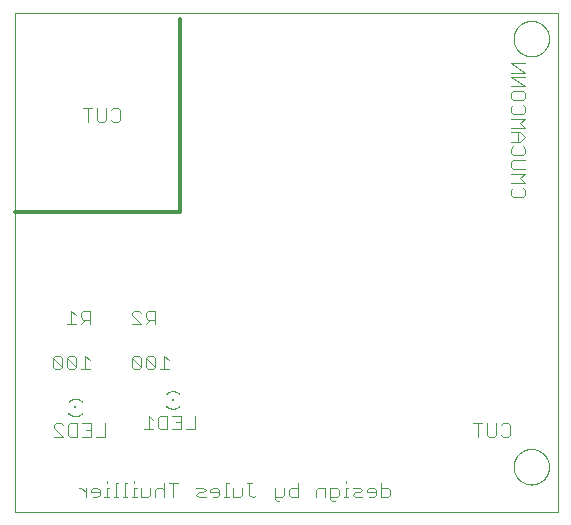
<source format=gbo>
G75*
%MOIN*%
%OFA0B0*%
%FSLAX25Y25*%
%IPPOS*%
%LPD*%
%AMOC8*
5,1,8,0,0,1.08239X$1,22.5*
%
%ADD10C,0.00000*%
%ADD11C,0.00400*%
%ADD12C,0.01200*%
%ADD13R,0.00787X0.00787*%
%ADD14R,0.00591X0.00984*%
D10*
X0001600Y0001600D02*
X0001600Y0168254D01*
X0182427Y0168254D01*
X0182427Y0001600D01*
X0001600Y0001600D01*
X0167663Y0016836D02*
X0167665Y0016989D01*
X0167671Y0017143D01*
X0167681Y0017296D01*
X0167695Y0017448D01*
X0167713Y0017601D01*
X0167735Y0017752D01*
X0167760Y0017903D01*
X0167790Y0018054D01*
X0167824Y0018204D01*
X0167861Y0018352D01*
X0167902Y0018500D01*
X0167947Y0018646D01*
X0167996Y0018792D01*
X0168049Y0018936D01*
X0168105Y0019078D01*
X0168165Y0019219D01*
X0168229Y0019359D01*
X0168296Y0019497D01*
X0168367Y0019633D01*
X0168442Y0019767D01*
X0168519Y0019899D01*
X0168601Y0020029D01*
X0168685Y0020157D01*
X0168773Y0020283D01*
X0168864Y0020406D01*
X0168958Y0020527D01*
X0169056Y0020645D01*
X0169156Y0020761D01*
X0169260Y0020874D01*
X0169366Y0020985D01*
X0169475Y0021093D01*
X0169587Y0021198D01*
X0169701Y0021299D01*
X0169819Y0021398D01*
X0169938Y0021494D01*
X0170060Y0021587D01*
X0170185Y0021676D01*
X0170312Y0021763D01*
X0170441Y0021845D01*
X0170572Y0021925D01*
X0170705Y0022001D01*
X0170840Y0022074D01*
X0170977Y0022143D01*
X0171116Y0022208D01*
X0171256Y0022270D01*
X0171398Y0022328D01*
X0171541Y0022383D01*
X0171686Y0022434D01*
X0171832Y0022481D01*
X0171979Y0022524D01*
X0172127Y0022563D01*
X0172276Y0022599D01*
X0172426Y0022630D01*
X0172577Y0022658D01*
X0172728Y0022682D01*
X0172881Y0022702D01*
X0173033Y0022718D01*
X0173186Y0022730D01*
X0173339Y0022738D01*
X0173492Y0022742D01*
X0173646Y0022742D01*
X0173799Y0022738D01*
X0173952Y0022730D01*
X0174105Y0022718D01*
X0174257Y0022702D01*
X0174410Y0022682D01*
X0174561Y0022658D01*
X0174712Y0022630D01*
X0174862Y0022599D01*
X0175011Y0022563D01*
X0175159Y0022524D01*
X0175306Y0022481D01*
X0175452Y0022434D01*
X0175597Y0022383D01*
X0175740Y0022328D01*
X0175882Y0022270D01*
X0176022Y0022208D01*
X0176161Y0022143D01*
X0176298Y0022074D01*
X0176433Y0022001D01*
X0176566Y0021925D01*
X0176697Y0021845D01*
X0176826Y0021763D01*
X0176953Y0021676D01*
X0177078Y0021587D01*
X0177200Y0021494D01*
X0177319Y0021398D01*
X0177437Y0021299D01*
X0177551Y0021198D01*
X0177663Y0021093D01*
X0177772Y0020985D01*
X0177878Y0020874D01*
X0177982Y0020761D01*
X0178082Y0020645D01*
X0178180Y0020527D01*
X0178274Y0020406D01*
X0178365Y0020283D01*
X0178453Y0020157D01*
X0178537Y0020029D01*
X0178619Y0019899D01*
X0178696Y0019767D01*
X0178771Y0019633D01*
X0178842Y0019497D01*
X0178909Y0019359D01*
X0178973Y0019219D01*
X0179033Y0019078D01*
X0179089Y0018936D01*
X0179142Y0018792D01*
X0179191Y0018646D01*
X0179236Y0018500D01*
X0179277Y0018352D01*
X0179314Y0018204D01*
X0179348Y0018054D01*
X0179378Y0017903D01*
X0179403Y0017752D01*
X0179425Y0017601D01*
X0179443Y0017448D01*
X0179457Y0017296D01*
X0179467Y0017143D01*
X0179473Y0016989D01*
X0179475Y0016836D01*
X0179473Y0016683D01*
X0179467Y0016529D01*
X0179457Y0016376D01*
X0179443Y0016224D01*
X0179425Y0016071D01*
X0179403Y0015920D01*
X0179378Y0015769D01*
X0179348Y0015618D01*
X0179314Y0015468D01*
X0179277Y0015320D01*
X0179236Y0015172D01*
X0179191Y0015026D01*
X0179142Y0014880D01*
X0179089Y0014736D01*
X0179033Y0014594D01*
X0178973Y0014453D01*
X0178909Y0014313D01*
X0178842Y0014175D01*
X0178771Y0014039D01*
X0178696Y0013905D01*
X0178619Y0013773D01*
X0178537Y0013643D01*
X0178453Y0013515D01*
X0178365Y0013389D01*
X0178274Y0013266D01*
X0178180Y0013145D01*
X0178082Y0013027D01*
X0177982Y0012911D01*
X0177878Y0012798D01*
X0177772Y0012687D01*
X0177663Y0012579D01*
X0177551Y0012474D01*
X0177437Y0012373D01*
X0177319Y0012274D01*
X0177200Y0012178D01*
X0177078Y0012085D01*
X0176953Y0011996D01*
X0176826Y0011909D01*
X0176697Y0011827D01*
X0176566Y0011747D01*
X0176433Y0011671D01*
X0176298Y0011598D01*
X0176161Y0011529D01*
X0176022Y0011464D01*
X0175882Y0011402D01*
X0175740Y0011344D01*
X0175597Y0011289D01*
X0175452Y0011238D01*
X0175306Y0011191D01*
X0175159Y0011148D01*
X0175011Y0011109D01*
X0174862Y0011073D01*
X0174712Y0011042D01*
X0174561Y0011014D01*
X0174410Y0010990D01*
X0174257Y0010970D01*
X0174105Y0010954D01*
X0173952Y0010942D01*
X0173799Y0010934D01*
X0173646Y0010930D01*
X0173492Y0010930D01*
X0173339Y0010934D01*
X0173186Y0010942D01*
X0173033Y0010954D01*
X0172881Y0010970D01*
X0172728Y0010990D01*
X0172577Y0011014D01*
X0172426Y0011042D01*
X0172276Y0011073D01*
X0172127Y0011109D01*
X0171979Y0011148D01*
X0171832Y0011191D01*
X0171686Y0011238D01*
X0171541Y0011289D01*
X0171398Y0011344D01*
X0171256Y0011402D01*
X0171116Y0011464D01*
X0170977Y0011529D01*
X0170840Y0011598D01*
X0170705Y0011671D01*
X0170572Y0011747D01*
X0170441Y0011827D01*
X0170312Y0011909D01*
X0170185Y0011996D01*
X0170060Y0012085D01*
X0169938Y0012178D01*
X0169819Y0012274D01*
X0169701Y0012373D01*
X0169587Y0012474D01*
X0169475Y0012579D01*
X0169366Y0012687D01*
X0169260Y0012798D01*
X0169156Y0012911D01*
X0169056Y0013027D01*
X0168958Y0013145D01*
X0168864Y0013266D01*
X0168773Y0013389D01*
X0168685Y0013515D01*
X0168601Y0013643D01*
X0168519Y0013773D01*
X0168442Y0013905D01*
X0168367Y0014039D01*
X0168296Y0014175D01*
X0168229Y0014313D01*
X0168165Y0014453D01*
X0168105Y0014594D01*
X0168049Y0014736D01*
X0167996Y0014880D01*
X0167947Y0015026D01*
X0167902Y0015172D01*
X0167861Y0015320D01*
X0167824Y0015468D01*
X0167790Y0015618D01*
X0167760Y0015769D01*
X0167735Y0015920D01*
X0167713Y0016071D01*
X0167695Y0016224D01*
X0167681Y0016376D01*
X0167671Y0016529D01*
X0167665Y0016683D01*
X0167663Y0016836D01*
X0167663Y0159553D02*
X0167665Y0159706D01*
X0167671Y0159860D01*
X0167681Y0160013D01*
X0167695Y0160165D01*
X0167713Y0160318D01*
X0167735Y0160469D01*
X0167760Y0160620D01*
X0167790Y0160771D01*
X0167824Y0160921D01*
X0167861Y0161069D01*
X0167902Y0161217D01*
X0167947Y0161363D01*
X0167996Y0161509D01*
X0168049Y0161653D01*
X0168105Y0161795D01*
X0168165Y0161936D01*
X0168229Y0162076D01*
X0168296Y0162214D01*
X0168367Y0162350D01*
X0168442Y0162484D01*
X0168519Y0162616D01*
X0168601Y0162746D01*
X0168685Y0162874D01*
X0168773Y0163000D01*
X0168864Y0163123D01*
X0168958Y0163244D01*
X0169056Y0163362D01*
X0169156Y0163478D01*
X0169260Y0163591D01*
X0169366Y0163702D01*
X0169475Y0163810D01*
X0169587Y0163915D01*
X0169701Y0164016D01*
X0169819Y0164115D01*
X0169938Y0164211D01*
X0170060Y0164304D01*
X0170185Y0164393D01*
X0170312Y0164480D01*
X0170441Y0164562D01*
X0170572Y0164642D01*
X0170705Y0164718D01*
X0170840Y0164791D01*
X0170977Y0164860D01*
X0171116Y0164925D01*
X0171256Y0164987D01*
X0171398Y0165045D01*
X0171541Y0165100D01*
X0171686Y0165151D01*
X0171832Y0165198D01*
X0171979Y0165241D01*
X0172127Y0165280D01*
X0172276Y0165316D01*
X0172426Y0165347D01*
X0172577Y0165375D01*
X0172728Y0165399D01*
X0172881Y0165419D01*
X0173033Y0165435D01*
X0173186Y0165447D01*
X0173339Y0165455D01*
X0173492Y0165459D01*
X0173646Y0165459D01*
X0173799Y0165455D01*
X0173952Y0165447D01*
X0174105Y0165435D01*
X0174257Y0165419D01*
X0174410Y0165399D01*
X0174561Y0165375D01*
X0174712Y0165347D01*
X0174862Y0165316D01*
X0175011Y0165280D01*
X0175159Y0165241D01*
X0175306Y0165198D01*
X0175452Y0165151D01*
X0175597Y0165100D01*
X0175740Y0165045D01*
X0175882Y0164987D01*
X0176022Y0164925D01*
X0176161Y0164860D01*
X0176298Y0164791D01*
X0176433Y0164718D01*
X0176566Y0164642D01*
X0176697Y0164562D01*
X0176826Y0164480D01*
X0176953Y0164393D01*
X0177078Y0164304D01*
X0177200Y0164211D01*
X0177319Y0164115D01*
X0177437Y0164016D01*
X0177551Y0163915D01*
X0177663Y0163810D01*
X0177772Y0163702D01*
X0177878Y0163591D01*
X0177982Y0163478D01*
X0178082Y0163362D01*
X0178180Y0163244D01*
X0178274Y0163123D01*
X0178365Y0163000D01*
X0178453Y0162874D01*
X0178537Y0162746D01*
X0178619Y0162616D01*
X0178696Y0162484D01*
X0178771Y0162350D01*
X0178842Y0162214D01*
X0178909Y0162076D01*
X0178973Y0161936D01*
X0179033Y0161795D01*
X0179089Y0161653D01*
X0179142Y0161509D01*
X0179191Y0161363D01*
X0179236Y0161217D01*
X0179277Y0161069D01*
X0179314Y0160921D01*
X0179348Y0160771D01*
X0179378Y0160620D01*
X0179403Y0160469D01*
X0179425Y0160318D01*
X0179443Y0160165D01*
X0179457Y0160013D01*
X0179467Y0159860D01*
X0179473Y0159706D01*
X0179475Y0159553D01*
X0179473Y0159400D01*
X0179467Y0159246D01*
X0179457Y0159093D01*
X0179443Y0158941D01*
X0179425Y0158788D01*
X0179403Y0158637D01*
X0179378Y0158486D01*
X0179348Y0158335D01*
X0179314Y0158185D01*
X0179277Y0158037D01*
X0179236Y0157889D01*
X0179191Y0157743D01*
X0179142Y0157597D01*
X0179089Y0157453D01*
X0179033Y0157311D01*
X0178973Y0157170D01*
X0178909Y0157030D01*
X0178842Y0156892D01*
X0178771Y0156756D01*
X0178696Y0156622D01*
X0178619Y0156490D01*
X0178537Y0156360D01*
X0178453Y0156232D01*
X0178365Y0156106D01*
X0178274Y0155983D01*
X0178180Y0155862D01*
X0178082Y0155744D01*
X0177982Y0155628D01*
X0177878Y0155515D01*
X0177772Y0155404D01*
X0177663Y0155296D01*
X0177551Y0155191D01*
X0177437Y0155090D01*
X0177319Y0154991D01*
X0177200Y0154895D01*
X0177078Y0154802D01*
X0176953Y0154713D01*
X0176826Y0154626D01*
X0176697Y0154544D01*
X0176566Y0154464D01*
X0176433Y0154388D01*
X0176298Y0154315D01*
X0176161Y0154246D01*
X0176022Y0154181D01*
X0175882Y0154119D01*
X0175740Y0154061D01*
X0175597Y0154006D01*
X0175452Y0153955D01*
X0175306Y0153908D01*
X0175159Y0153865D01*
X0175011Y0153826D01*
X0174862Y0153790D01*
X0174712Y0153759D01*
X0174561Y0153731D01*
X0174410Y0153707D01*
X0174257Y0153687D01*
X0174105Y0153671D01*
X0173952Y0153659D01*
X0173799Y0153651D01*
X0173646Y0153647D01*
X0173492Y0153647D01*
X0173339Y0153651D01*
X0173186Y0153659D01*
X0173033Y0153671D01*
X0172881Y0153687D01*
X0172728Y0153707D01*
X0172577Y0153731D01*
X0172426Y0153759D01*
X0172276Y0153790D01*
X0172127Y0153826D01*
X0171979Y0153865D01*
X0171832Y0153908D01*
X0171686Y0153955D01*
X0171541Y0154006D01*
X0171398Y0154061D01*
X0171256Y0154119D01*
X0171116Y0154181D01*
X0170977Y0154246D01*
X0170840Y0154315D01*
X0170705Y0154388D01*
X0170572Y0154464D01*
X0170441Y0154544D01*
X0170312Y0154626D01*
X0170185Y0154713D01*
X0170060Y0154802D01*
X0169938Y0154895D01*
X0169819Y0154991D01*
X0169701Y0155090D01*
X0169587Y0155191D01*
X0169475Y0155296D01*
X0169366Y0155404D01*
X0169260Y0155515D01*
X0169156Y0155628D01*
X0169056Y0155744D01*
X0168958Y0155862D01*
X0168864Y0155983D01*
X0168773Y0156106D01*
X0168685Y0156232D01*
X0168601Y0156360D01*
X0168519Y0156490D01*
X0168442Y0156622D01*
X0168367Y0156756D01*
X0168296Y0156892D01*
X0168229Y0157030D01*
X0168165Y0157170D01*
X0168105Y0157311D01*
X0168049Y0157453D01*
X0167996Y0157597D01*
X0167947Y0157743D01*
X0167902Y0157889D01*
X0167861Y0158037D01*
X0167824Y0158185D01*
X0167790Y0158335D01*
X0167760Y0158486D01*
X0167735Y0158637D01*
X0167713Y0158788D01*
X0167695Y0158941D01*
X0167681Y0159093D01*
X0167671Y0159246D01*
X0167665Y0159400D01*
X0167663Y0159553D01*
D11*
X0166800Y0151305D02*
X0171404Y0151305D01*
X0171404Y0148235D02*
X0166800Y0151305D01*
X0166800Y0148235D02*
X0171404Y0148235D01*
X0171404Y0146701D02*
X0166800Y0146701D01*
X0171404Y0143631D01*
X0166800Y0143631D01*
X0167567Y0142097D02*
X0166800Y0141329D01*
X0166800Y0139795D01*
X0167567Y0139027D01*
X0170637Y0139027D01*
X0171404Y0139795D01*
X0171404Y0141329D01*
X0170637Y0142097D01*
X0167567Y0142097D01*
X0167567Y0137493D02*
X0166800Y0136726D01*
X0166800Y0135191D01*
X0167567Y0134424D01*
X0170637Y0134424D01*
X0171404Y0135191D01*
X0171404Y0136726D01*
X0170637Y0137493D01*
X0171404Y0132889D02*
X0166800Y0132889D01*
X0166800Y0129820D02*
X0171404Y0129820D01*
X0169869Y0131354D01*
X0171404Y0132889D01*
X0169869Y0128285D02*
X0166800Y0128285D01*
X0169102Y0128285D02*
X0169102Y0125216D01*
X0169869Y0125216D02*
X0171404Y0126750D01*
X0169869Y0128285D01*
X0169869Y0125216D02*
X0166800Y0125216D01*
X0167567Y0123681D02*
X0166800Y0122914D01*
X0166800Y0121379D01*
X0167567Y0120612D01*
X0170637Y0120612D01*
X0171404Y0121379D01*
X0171404Y0122914D01*
X0170637Y0123681D01*
X0171404Y0119077D02*
X0167567Y0119077D01*
X0166800Y0118310D01*
X0166800Y0116775D01*
X0167567Y0116008D01*
X0171404Y0116008D01*
X0171404Y0114473D02*
X0166800Y0114473D01*
X0166800Y0111404D02*
X0171404Y0111404D01*
X0169869Y0112939D01*
X0171404Y0114473D01*
X0170637Y0109869D02*
X0171404Y0109102D01*
X0171404Y0107567D01*
X0170637Y0106800D01*
X0167567Y0106800D01*
X0166800Y0107567D01*
X0166800Y0109102D01*
X0167567Y0109869D01*
X0165633Y0031404D02*
X0164098Y0031404D01*
X0163331Y0030637D01*
X0161796Y0031404D02*
X0161796Y0027567D01*
X0161029Y0026800D01*
X0159494Y0026800D01*
X0158727Y0027567D01*
X0158727Y0031404D01*
X0157192Y0031404D02*
X0154123Y0031404D01*
X0155658Y0031404D02*
X0155658Y0026800D01*
X0163331Y0027567D02*
X0164098Y0026800D01*
X0165633Y0026800D01*
X0166400Y0027567D01*
X0166400Y0030637D01*
X0165633Y0031404D01*
X0126400Y0009102D02*
X0126400Y0007567D01*
X0125633Y0006800D01*
X0123331Y0006800D01*
X0123331Y0011404D01*
X0123331Y0009869D02*
X0125633Y0009869D01*
X0126400Y0009102D01*
X0121796Y0009102D02*
X0121796Y0007567D01*
X0121029Y0006800D01*
X0119494Y0006800D01*
X0118727Y0008335D02*
X0118727Y0009102D01*
X0119494Y0009869D01*
X0121029Y0009869D01*
X0121796Y0009102D01*
X0121796Y0008335D02*
X0118727Y0008335D01*
X0117192Y0009102D02*
X0116425Y0009869D01*
X0114123Y0009869D01*
X0112588Y0009869D02*
X0111821Y0009869D01*
X0111821Y0006800D01*
X0112588Y0006800D02*
X0111054Y0006800D01*
X0109519Y0007567D02*
X0109519Y0009102D01*
X0108752Y0009869D01*
X0106450Y0009869D01*
X0106450Y0006033D01*
X0107217Y0005265D01*
X0107984Y0005265D01*
X0108752Y0006800D02*
X0106450Y0006800D01*
X0104915Y0006800D02*
X0104915Y0009869D01*
X0102613Y0009869D01*
X0101846Y0009102D01*
X0101846Y0006800D01*
X0095707Y0006800D02*
X0093405Y0006800D01*
X0092638Y0007567D01*
X0092638Y0009102D01*
X0093405Y0009869D01*
X0095707Y0009869D01*
X0095707Y0011404D02*
X0095707Y0006800D01*
X0091103Y0007567D02*
X0090336Y0006800D01*
X0088034Y0006800D01*
X0088034Y0006033D02*
X0088801Y0005265D01*
X0089569Y0005265D01*
X0088034Y0006033D02*
X0088034Y0009869D01*
X0091103Y0009869D02*
X0091103Y0007567D01*
X0081895Y0007567D02*
X0081128Y0006800D01*
X0080361Y0006800D01*
X0079593Y0007567D01*
X0079593Y0011404D01*
X0078826Y0011404D02*
X0080361Y0011404D01*
X0077291Y0009869D02*
X0077291Y0007567D01*
X0076524Y0006800D01*
X0074222Y0006800D01*
X0074222Y0009869D01*
X0072688Y0011404D02*
X0071920Y0011404D01*
X0071920Y0006800D01*
X0071153Y0006800D02*
X0072688Y0006800D01*
X0069618Y0007567D02*
X0069618Y0009102D01*
X0068851Y0009869D01*
X0067316Y0009869D01*
X0066549Y0009102D01*
X0066549Y0008335D01*
X0069618Y0008335D01*
X0069618Y0007567D02*
X0068851Y0006800D01*
X0067316Y0006800D01*
X0065014Y0006800D02*
X0062712Y0006800D01*
X0061945Y0007567D01*
X0062712Y0008335D01*
X0064247Y0008335D01*
X0065014Y0009102D01*
X0064247Y0009869D01*
X0061945Y0009869D01*
X0055806Y0011404D02*
X0052737Y0011404D01*
X0051203Y0011404D02*
X0051203Y0006800D01*
X0051203Y0009102D02*
X0050435Y0009869D01*
X0048901Y0009869D01*
X0048133Y0009102D01*
X0048133Y0006800D01*
X0046599Y0007567D02*
X0046599Y0009869D01*
X0046599Y0007567D02*
X0045831Y0006800D01*
X0043529Y0006800D01*
X0043529Y0009869D01*
X0041995Y0009869D02*
X0041227Y0009869D01*
X0041227Y0006800D01*
X0040460Y0006800D02*
X0041995Y0006800D01*
X0038925Y0006800D02*
X0037391Y0006800D01*
X0038158Y0006800D02*
X0038158Y0011404D01*
X0038925Y0011404D01*
X0041227Y0011404D02*
X0041227Y0012171D01*
X0035856Y0011404D02*
X0035089Y0011404D01*
X0035089Y0006800D01*
X0035856Y0006800D02*
X0034322Y0006800D01*
X0032787Y0006800D02*
X0031252Y0006800D01*
X0032020Y0006800D02*
X0032020Y0009869D01*
X0032787Y0009869D01*
X0032020Y0011404D02*
X0032020Y0012171D01*
X0029718Y0009102D02*
X0028950Y0009869D01*
X0027416Y0009869D01*
X0026648Y0009102D01*
X0026648Y0008335D01*
X0029718Y0008335D01*
X0029718Y0009102D02*
X0029718Y0007567D01*
X0028950Y0006800D01*
X0027416Y0006800D01*
X0025114Y0006800D02*
X0025114Y0009869D01*
X0025114Y0008335D02*
X0023579Y0009869D01*
X0022812Y0009869D01*
X0022192Y0026800D02*
X0019890Y0026800D01*
X0019123Y0027567D01*
X0019123Y0030637D01*
X0019890Y0031404D01*
X0022192Y0031404D01*
X0022192Y0026800D01*
X0023727Y0026800D02*
X0026796Y0026800D01*
X0026796Y0031404D01*
X0023727Y0031404D01*
X0025261Y0029102D02*
X0026796Y0029102D01*
X0028331Y0026800D02*
X0031400Y0026800D01*
X0031400Y0031404D01*
X0023765Y0038568D02*
X0023692Y0038645D01*
X0023617Y0038720D01*
X0023539Y0038791D01*
X0023458Y0038860D01*
X0023375Y0038926D01*
X0023290Y0038989D01*
X0023202Y0039048D01*
X0023113Y0039105D01*
X0023021Y0039158D01*
X0022927Y0039208D01*
X0022832Y0039254D01*
X0022735Y0039297D01*
X0022637Y0039336D01*
X0022537Y0039372D01*
X0022436Y0039404D01*
X0022334Y0039432D01*
X0022231Y0039457D01*
X0022127Y0039478D01*
X0022022Y0039495D01*
X0021917Y0039509D01*
X0021812Y0039518D01*
X0021706Y0039524D01*
X0021600Y0039526D01*
X0021494Y0039524D01*
X0021388Y0039518D01*
X0021283Y0039509D01*
X0021178Y0039495D01*
X0021073Y0039478D01*
X0020969Y0039457D01*
X0020866Y0039432D01*
X0020764Y0039404D01*
X0020663Y0039372D01*
X0020563Y0039336D01*
X0020465Y0039297D01*
X0020368Y0039254D01*
X0020273Y0039208D01*
X0020179Y0039158D01*
X0020087Y0039105D01*
X0019998Y0039048D01*
X0019910Y0038989D01*
X0019825Y0038926D01*
X0019742Y0038860D01*
X0019661Y0038791D01*
X0019583Y0038720D01*
X0019508Y0038645D01*
X0019435Y0038568D01*
X0019435Y0034632D02*
X0019508Y0034555D01*
X0019583Y0034480D01*
X0019661Y0034409D01*
X0019742Y0034340D01*
X0019825Y0034274D01*
X0019910Y0034211D01*
X0019998Y0034152D01*
X0020087Y0034095D01*
X0020179Y0034042D01*
X0020273Y0033992D01*
X0020368Y0033946D01*
X0020465Y0033903D01*
X0020563Y0033864D01*
X0020663Y0033828D01*
X0020764Y0033796D01*
X0020866Y0033768D01*
X0020969Y0033743D01*
X0021073Y0033722D01*
X0021178Y0033705D01*
X0021283Y0033691D01*
X0021388Y0033682D01*
X0021494Y0033676D01*
X0021600Y0033674D01*
X0021706Y0033676D01*
X0021812Y0033682D01*
X0021917Y0033691D01*
X0022022Y0033705D01*
X0022127Y0033722D01*
X0022231Y0033743D01*
X0022334Y0033768D01*
X0022436Y0033796D01*
X0022537Y0033828D01*
X0022637Y0033864D01*
X0022735Y0033903D01*
X0022832Y0033946D01*
X0022927Y0033992D01*
X0023021Y0034042D01*
X0023113Y0034095D01*
X0023202Y0034152D01*
X0023290Y0034211D01*
X0023375Y0034274D01*
X0023458Y0034340D01*
X0023539Y0034409D01*
X0023617Y0034480D01*
X0023692Y0034555D01*
X0023765Y0034632D01*
X0017588Y0030637D02*
X0016821Y0031404D01*
X0015286Y0031404D01*
X0014519Y0030637D01*
X0014519Y0029869D01*
X0017588Y0026800D01*
X0014519Y0026800D01*
X0014890Y0049300D02*
X0014123Y0050067D01*
X0014123Y0053137D01*
X0017192Y0050067D01*
X0016425Y0049300D01*
X0014890Y0049300D01*
X0017192Y0050067D02*
X0017192Y0053137D01*
X0016425Y0053904D01*
X0014890Y0053904D01*
X0014123Y0053137D01*
X0018727Y0053137D02*
X0018727Y0050067D01*
X0019494Y0049300D01*
X0021029Y0049300D01*
X0021796Y0050067D01*
X0018727Y0053137D01*
X0019494Y0053904D01*
X0021029Y0053904D01*
X0021796Y0053137D01*
X0021796Y0050067D01*
X0023331Y0049300D02*
X0026400Y0049300D01*
X0024865Y0049300D02*
X0024865Y0053904D01*
X0026400Y0052369D01*
X0026400Y0064300D02*
X0026400Y0068904D01*
X0024098Y0068904D01*
X0023331Y0068137D01*
X0023331Y0066602D01*
X0024098Y0065835D01*
X0026400Y0065835D01*
X0024865Y0065835D02*
X0023331Y0064300D01*
X0021796Y0064300D02*
X0018727Y0064300D01*
X0020261Y0064300D02*
X0020261Y0068904D01*
X0021796Y0067369D01*
X0040435Y0067369D02*
X0040435Y0068137D01*
X0041202Y0068904D01*
X0042737Y0068904D01*
X0043504Y0068137D01*
X0045039Y0068137D02*
X0045039Y0066602D01*
X0045806Y0065835D01*
X0048108Y0065835D01*
X0046573Y0065835D02*
X0045039Y0064300D01*
X0043504Y0064300D02*
X0040435Y0067369D01*
X0040435Y0064300D02*
X0043504Y0064300D01*
X0045039Y0068137D02*
X0045806Y0068904D01*
X0048108Y0068904D01*
X0048108Y0064300D01*
X0047341Y0053904D02*
X0045806Y0053904D01*
X0045039Y0053137D01*
X0048108Y0050067D01*
X0047341Y0049300D01*
X0045806Y0049300D01*
X0045039Y0050067D01*
X0045039Y0053137D01*
X0043504Y0053137D02*
X0042737Y0053904D01*
X0041202Y0053904D01*
X0040435Y0053137D01*
X0043504Y0050067D01*
X0042737Y0049300D01*
X0041202Y0049300D01*
X0040435Y0050067D01*
X0040435Y0053137D01*
X0043504Y0053137D02*
X0043504Y0050067D01*
X0047341Y0053904D02*
X0048108Y0053137D01*
X0048108Y0050067D01*
X0049643Y0049300D02*
X0052712Y0049300D01*
X0051177Y0049300D02*
X0051177Y0053904D01*
X0052712Y0052369D01*
X0051935Y0041068D02*
X0052008Y0041145D01*
X0052083Y0041220D01*
X0052161Y0041291D01*
X0052242Y0041360D01*
X0052325Y0041426D01*
X0052410Y0041489D01*
X0052498Y0041548D01*
X0052587Y0041605D01*
X0052679Y0041658D01*
X0052773Y0041708D01*
X0052868Y0041754D01*
X0052965Y0041797D01*
X0053063Y0041836D01*
X0053163Y0041872D01*
X0053264Y0041904D01*
X0053366Y0041932D01*
X0053469Y0041957D01*
X0053573Y0041978D01*
X0053678Y0041995D01*
X0053783Y0042009D01*
X0053888Y0042018D01*
X0053994Y0042024D01*
X0054100Y0042026D01*
X0054206Y0042024D01*
X0054312Y0042018D01*
X0054417Y0042009D01*
X0054522Y0041995D01*
X0054627Y0041978D01*
X0054731Y0041957D01*
X0054834Y0041932D01*
X0054936Y0041904D01*
X0055037Y0041872D01*
X0055137Y0041836D01*
X0055235Y0041797D01*
X0055332Y0041754D01*
X0055427Y0041708D01*
X0055521Y0041658D01*
X0055613Y0041605D01*
X0055702Y0041548D01*
X0055790Y0041489D01*
X0055875Y0041426D01*
X0055958Y0041360D01*
X0056039Y0041291D01*
X0056117Y0041220D01*
X0056192Y0041145D01*
X0056265Y0041068D01*
X0056265Y0037132D02*
X0056192Y0037055D01*
X0056117Y0036980D01*
X0056039Y0036909D01*
X0055958Y0036840D01*
X0055875Y0036774D01*
X0055790Y0036711D01*
X0055702Y0036652D01*
X0055613Y0036595D01*
X0055521Y0036542D01*
X0055427Y0036492D01*
X0055332Y0036446D01*
X0055235Y0036403D01*
X0055137Y0036364D01*
X0055037Y0036328D01*
X0054936Y0036296D01*
X0054834Y0036268D01*
X0054731Y0036243D01*
X0054627Y0036222D01*
X0054522Y0036205D01*
X0054417Y0036191D01*
X0054312Y0036182D01*
X0054206Y0036176D01*
X0054100Y0036174D01*
X0053994Y0036176D01*
X0053888Y0036182D01*
X0053783Y0036191D01*
X0053678Y0036205D01*
X0053573Y0036222D01*
X0053469Y0036243D01*
X0053366Y0036268D01*
X0053264Y0036296D01*
X0053163Y0036328D01*
X0053063Y0036364D01*
X0052965Y0036403D01*
X0052868Y0036446D01*
X0052773Y0036492D01*
X0052679Y0036542D01*
X0052587Y0036595D01*
X0052498Y0036652D01*
X0052410Y0036711D01*
X0052325Y0036774D01*
X0052242Y0036840D01*
X0052161Y0036909D01*
X0052083Y0036980D01*
X0052008Y0037055D01*
X0051935Y0037132D01*
X0052192Y0033904D02*
X0049890Y0033904D01*
X0049123Y0033137D01*
X0049123Y0030067D01*
X0049890Y0029300D01*
X0052192Y0029300D01*
X0052192Y0033904D01*
X0053727Y0033904D02*
X0056796Y0033904D01*
X0056796Y0029300D01*
X0053727Y0029300D01*
X0055261Y0031602D02*
X0056796Y0031602D01*
X0058331Y0029300D02*
X0061400Y0029300D01*
X0061400Y0033904D01*
X0047588Y0032369D02*
X0046054Y0033904D01*
X0046054Y0029300D01*
X0047588Y0029300D02*
X0044519Y0029300D01*
X0054272Y0011404D02*
X0054272Y0006800D01*
X0108752Y0006800D02*
X0109519Y0007567D01*
X0111821Y0011404D02*
X0111821Y0012171D01*
X0114890Y0008335D02*
X0116425Y0008335D01*
X0117192Y0009102D01*
X0117192Y0006800D02*
X0114890Y0006800D01*
X0114123Y0007567D01*
X0114890Y0008335D01*
X0035633Y0131800D02*
X0034098Y0131800D01*
X0033331Y0132567D01*
X0031796Y0132567D02*
X0031029Y0131800D01*
X0029494Y0131800D01*
X0028727Y0132567D01*
X0028727Y0136404D01*
X0027192Y0136404D02*
X0024123Y0136404D01*
X0025658Y0136404D02*
X0025658Y0131800D01*
X0031796Y0132567D02*
X0031796Y0136404D01*
X0033331Y0135637D02*
X0034098Y0136404D01*
X0035633Y0136404D01*
X0036400Y0135637D01*
X0036400Y0132567D01*
X0035633Y0131800D01*
D12*
X0056600Y0101600D02*
X0056600Y0166069D01*
X0056600Y0101600D02*
X0001600Y0101600D01*
D13*
X0054100Y0039100D03*
X0021600Y0036600D03*
D14*
X0019533Y0034336D03*
X0052033Y0036836D03*
M02*

</source>
